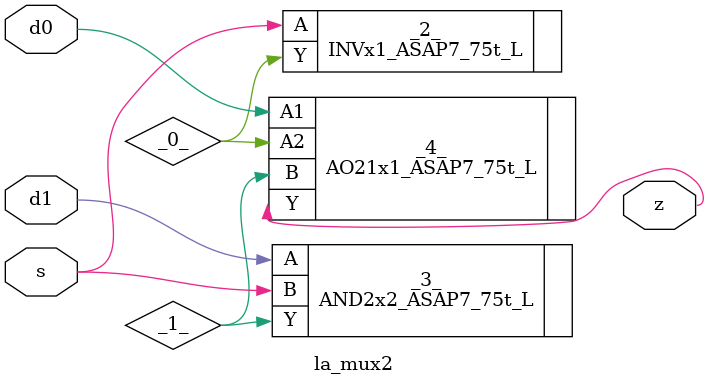
<source format=v>

/* Generated by Yosys 0.44 (git sha1 80ba43d26, g++ 11.4.0-1ubuntu1~22.04 -fPIC -O3) */

(* top =  1  *)
(* src = "generated" *)
module la_mux2 (
    d0,
    d1,
    s,
    z
);
  wire _0_;
  wire _1_;
  (* src = "generated" *)
  input d0;
  wire d0;
  (* src = "generated" *)
  input d1;
  wire d1;
  (* src = "generated" *)
  input s;
  wire s;
  (* src = "generated" *)
  output z;
  wire z;
  INVx1_ASAP7_75t_L _2_ (
      .A(s),
      .Y(_0_)
  );
  AND2x2_ASAP7_75t_L _3_ (
      .A(d1),
      .B(s),
      .Y(_1_)
  );
  AO21x1_ASAP7_75t_L _4_ (
      .A1(d0),
      .A2(_0_),
      .B (_1_),
      .Y (z)
  );
endmodule

</source>
